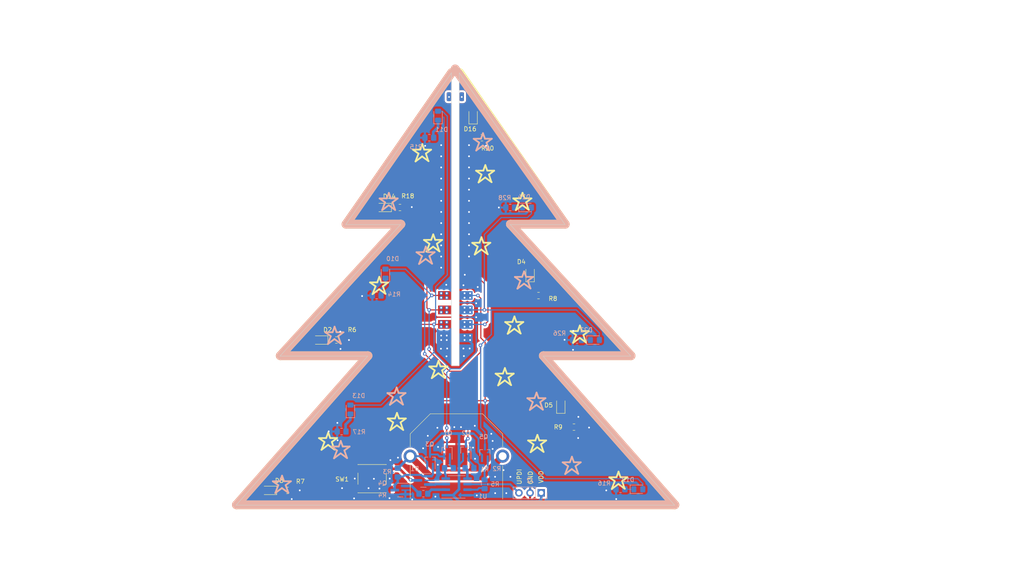
<source format=kicad_pcb>
(kicad_pcb (version 20221018) (generator pcbnew)
  (layers (0 "F.Cu" signal) (31 "B.Cu" signal) (34 "B.Paste" user) (35 "F.Paste" user) (36 "B.SilkS" user "B.Silkscreen") (37 "F.SilkS" user "F.Silkscreen") (38 "B.Mask" user) (39 "F.Mask" user) (44 "Edge.Cuts" user))
  (net 0 "")
  (net 1 "Net-(Q1-G)")
  (net 2 "/Switch_in")
  (net 3 "Net-(D1-K)")
  (net 4 "/LED_Power_1")
  (net 5 "/LED_Power_3")
  (net 6 "Net-(D10-K)")
  (net 7 "/LED_Power_2")
  (net 8 "Net-(D12-K)")
  (net 9 "VDD")
  (net 10 "GND")
  (net 11 "+BATT")
  (net 12 "Net-(Q2-G)")
  (net 13 "Net-(Q3-G)")
  (net 14 "Net-(Q4-B)")
  (net 15 "Net-(Q5-G)")
  (net 16 "/LED_Set_3")
  (net 17 "/LED_Set_1")
  (net 18 "/Power_sustain")
  (net 19 "/LED_Set_2")
  (net 20 "Net-(D22-K)")
  (net 21 "/UDPI")
  (footprint "LED_SMD:LED_0805_2012Metric_Pad1.15x1.40mm_HandSolder" (layer "F.Cu") (at 173.63 114.6 90)
    (fp_text reference "D5")
    (fp_text value "LED")
  )
  (footprint "Button_Switch_SMD:SW_Push_1P1T_NO_6x6mm_H9.5mm" (layer "F.Cu") (at 130.592 131.363 180)
    (fp_text reference "SW1")
    (fp_text value "SW_Omron_B3FS")
  )
  (footprint "LED_SMD:LED_0805_2012Metric_Pad1.15x1.40mm_HandSolder" (layer "F.Cu") (at 118.645 99.74 180)
    (fp_text reference "D2")
    (fp_text value "LED")
  )
  (footprint "LocalFootprintLib:BC-2002" (layer "F.Cu") (at 149.815 126.227)
    (fp_text reference "J1" hide)
    (fp_text value "CR2032")
  )
  (footprint "LocalFootprintLib:Multi_board_connector" (layer "F.Cu") (at 147.384 96.172 -90)
    (fp_text reference "J3" hide)
    (fp_text value "Conn_01x04_Pin")
  )
  (footprint "LED_SMD:LED_0805_2012Metric_Pad1.15x1.40mm_HandSolder" (layer "F.Cu") (at 166.63 84.6 90)
    (fp_text reference "D4")
    (fp_text value "LED")
  )
  (footprint "Resistor_SMD:R_0805_2012Metric_Pad1.20x1.40mm_HandSolder" (layer "F.Cu") (at 176.63 119.6)
    (fp_text reference "R9")
    (fp_text value "100")
  )
  (footprint "Resistor_SMD:R_0805_2012Metric_Pad1.20x1.40mm_HandSolder" (layer "F.Cu") (at 168.5425 89.6)
    (fp_text reference "R8")
    (fp_text value "100")
  )
  (footprint "Resistor_SMD:R_0805_2012Metric_Pad1.20x1.40mm_HandSolder" (layer "F.Cu") (at 155.63 53.6)
    (fp_text reference "R20")
    (fp_text value "100")
  )
  (footprint "Connector_Wire:SolderWirePad_1x01_SMD_1x2mm" (layer "F.Cu") (at 151.039 44.241)
    (fp_text reference "REF**" hide)
    (fp_text value "SolderWirePad_1x01_SMD_1x2mm")
  )
  (footprint "Resistor_SMD:R_0805_2012Metric_Pad1.20x1.40mm_HandSolder" (layer "F.Cu") (at 111.288 134.03)
    (fp_text reference "R7")
    (fp_text value "100")
  )
  (footprint "Connector_Wire:SolderWirePad_1x01_SMD_1x2mm" (layer "F.Cu") (at 148.118 44.241)
    (fp_text reference "REF**" hide)
    (fp_text value "SolderWirePad_1x01_SMD_1x2mm")
  )
  (footprint "Resistor_SMD:R_0805_2012Metric_Pad1.20x1.40mm_HandSolder" (layer "F.Cu") (at 136.942 69.514)
    (fp_text reference "R18")
    (fp_text value "100")
  )
  (footprint "LED_SMD:LED_0805_2012Metric_Pad1.15x1.40mm_HandSolder" (layer "F.Cu") (at 106.97 134.03 180)
    (fp_text reference "D3")
    (fp_text value "LED")
  )
  (footprint "LED_SMD:LED_0805_2012Metric_Pad1.15x1.40mm_HandSolder" (layer "F.Cu") (at 133.132 69.514 180)
    (fp_text reference "D14")
    (fp_text value "LED")
  )
  (footprint "Resistor_SMD:R_0805_2012Metric_Pad1.20x1.40mm_HandSolder" (layer "F.Cu") (at 122.445 99.74)
    (fp_text reference "R6")
    (fp_text value "100")
  )
  (footprint "LED_SMD:LED_0805_2012Metric_Pad1.15x1.40mm_HandSolder" (layer "F.Cu") (at 153.63 48.6 90)
    (fp_text reference "D16")
    (fp_text value "LED")
  )
  (footprint "Resistor_SMD:R_0805_2012Metric_Pad1.20x1.40mm_HandSolder" (layer "B.Cu") (at 148.118 128.95)
    (fp_text reference "R1")
    (fp_text value "10k")
  )
  (footprint "Connector_PinHeader_2.54mm:PinHeader_1x03_P2.54mm_Vertical" (layer "B.Cu") (at 169.155 134.6 90)
    (fp_text reference "J2")
    (fp_text value "Conn_01x03_Pin")
  )
  (footprint "LED_SMD:LED_0805_2012Metric_Pad1.15x1.40mm_HandSolder" (layer "B.Cu") (at 133.63 84.6 90)
    (fp_text reference "D10")
    (fp_text value "LED")
  )
  (footprint "Package_TO_SOT_SMD:SOT-323_SC-70_Handsoldering" (layer "B.Cu") (at 143.8 127.172 90)
    (fp_text reference "Q3")
    (fp_text value "AO3401A")
  )
  (footprint "Resistor_SMD:R_0805_2012Metric_Pad1.20x1.40mm_HandSolder" (layer "B.Cu") (at 152.7935 128.95)
    (fp_text reference "R2")
    (fp_text value "10k")
  )
  (footprint "Resistor_SMD:R_0805_2012Metric_Pad1.20x1.40mm_HandSolder" (layer "B.Cu") (at 187.234 133.776 180)
    (fp_text reference "R16")
    (fp_text value "100")
  )
  (footprint "LED_SMD:LED_0805_2012Metric_Pad1.15x1.40mm_HandSolder" (layer "B.Cu") (at 165.898 69.514)
    (fp_text reference "D24")
    (fp_text value "LED")
  )
  (footprint "Resistor_SMD:R_0805_2012Metric_Pad1.20x1.40mm_HandSolder" (layer "B.Cu") (at 131.63 89.6 180)
    (fp_text reference "R14")
    (fp_text value "100")
  )
  (footprint "Connector_Wire:SolderWirePad_1x01_SMD_1x2mm" (layer "B.Cu") (at 151.039 44.241 180)
    (fp_text reference "REF**" hide)
    (fp_text value "SolderWirePad_1x01_SMD_1x2mm")
  )
  (footprint "Package_SO:SOIC-8_3.9x4.9mm_P1.27mm" (layer "B.Cu") (at 149.874 133.234)
    (fp_text reference "U1")
    (fp_text value "ATtiny402-SS")
  )
  (footprint "Resistor_SMD:R_0805_2012Metric_Pad1.20x1.40mm_HandSolder" (layer "B.Cu") (at 156.246 132.633 90)
    (fp_text reference "R5")
    (fp_text value "10k")
  )
  (footprint "Connector_Wire:SolderWirePad_1x01_SMD_1x2mm" (layer "B.Cu") (at 148.118 44.241 180)
    (fp_text reference "REF**" hide)
    (fp_text value "SolderWirePad_1x01_SMD_1x2mm")
  )
  (footprint "Resistor_SMD:R_0805_2012Metric_Pad1.20x1.40mm_HandSolder" (layer "B.Cu") (at 142.276 134.792)
    (fp_text reference "R4")
    (fp_text value "10k")
  )
  (footprint "LED_SMD:LED_0805_2012Metric_Pad1.15x1.40mm_HandSolder" (layer "B.Cu") (at 145.63 48.575 90)
    (fp_text reference "D11")
    (fp_text value "LED")
  )
  (footprint "Resistor_SMD:R_0805_2012Metric_Pad1.20x1.40mm_HandSolder" (layer "B.Cu") (at 177.328 99.74 180)
    (fp_text reference "R26")
    (fp_text value "100")
  )
  (footprint "Package_TO_SOT_SMD:SOT-23" (layer "B.Cu") (at 137.0205 133.964 180)
    (fp_text reference "Q4")
    (fp_text value "BC817")
  )
  (footprint "LED_SMD:LED_0805_2012Metric_Pad1.15x1.40mm_HandSolder" (layer "B.Cu") (at 191.298 133.776)
    (fp_text reference "D12")
    (fp_text value "LED")
  )
  (footprint "LocalFootprintLib:Multi_board_connector" (layer "B.Cu") (at 151.776 96.178 -90)
    (fp_text reference "J6" hide)
    (fp_text value "Conn_01x04_Pin")
  )
  (footprint "LED_SMD:LED_0805_2012Metric_Pad1.15x1.40mm_HandSolder" (layer "B.Cu") (at 125.63 115.6 90)
    (fp_text reference "D13")
    (fp_text value "LED")
  )
  (footprint "Package_TO_SOT_SMD:SOT-323_SC-70_Handsoldering" (layer "B.Cu") (at 156.312 125.4725 90)
    (fp_text reference "Q5")
    (fp_text value "AO3401A")
  )
  (footprint "Package_TO_SOT_SMD:SOT-323_SC-70_Handsoldering" (layer "B.Cu") (at 151.972 124.886 90)
    (fp_text reference "Q2")
    (fp_text value "AO3401A")
  )
  (footprint "Resistor_SMD:R_0805_2012Metric_Pad1.20x1.40mm_HandSolder" (layer "B.Cu") (at 162.079 69.514 180)
    (fp_text reference "R28")
    (fp_text value "100")
  )
  (footprint "Resistor_SMD:R_0805_2012Metric_Pad1.20x1.40mm_HandSolder" (layer "B.Cu") (at 143.63 53.6 180)
    (fp_text reference "R15")
    (fp_text value "100")
  )
  (footprint "Resistor_SMD:R_0805_2012Metric_Pad1.20x1.40mm_HandSolder" (layer "B.Cu") (at 136.434 129.966 -90)
    (fp_text reference "R3")
    (fp_text value "10k")
  )
  (footprint "Package_TO_SOT_SMD:SOT-23" (layer "B.Cu") (at 142.276 131.744 180)
    (fp_text reference "D1")
    (fp_text value "D_Schottky_Dual_CommonCathode_AAK")
  )
  (footprint "Resistor_SMD:R_0805_2012Metric_Pad1.20x1.40mm_HandSolder" (layer "B.Cu") (at 123.63 120.6 180)
    (fp_text reference "R17")
    (fp_text value "100")
  )
  (footprint "LED_SMD:LED_0805_2012Metric_Pad1.15x1.40mm_HandSolder" (layer "B.Cu") (at 181.392 99.74)
    (fp_text reference "D22")
    (fp_text value "LED")
  )
  (footprint "Package_TO_SOT_SMD:SOT-323_SC-70_Handsoldering" (layer "B.Cu") (at 147.676 124.9645 90)
    (fp_text reference "Q1")
    (fp_text value "AO3401A")
  )
  (gr_line (start 165.27 84.07) (end 164.81 85.33) (stroke (width 0.4)) (layer "B.SilkS"))
  (gr_line (start 155.87 52.56) (end 156.32 53.82) (stroke (width 0.4)) (layer "B.SilkS"))
  (gr_line (start 110.05 130.68) (end 109.59 131.94) (stroke (width 0.4)) (layer "B.SilkS"))
  (gr_line (start 168.1 111.73) (end 168.55 112.99) (stroke (width 0.4)) (layer "B.SilkS"))
  (gr_line (start 169.64 103.32) (end 199.64 137.32) (stroke (width 2)) (layer "B.SilkS"))
  (gr_line (start 178.18 127.62) (end 176.61 127.61) (stroke (width 0.4)) (layer "B.SilkS"))
  (gr_line (start 121.33 124.04) (end 122.98 124.02) (stroke (width 0.4)) (layer "B.SilkS"))
  (gr_line (start 167.24 113.9) (end 166.56 115.68) (stroke (width 0.4)) (layer "B.SilkS"))
  (gr_line (start 110.02 133.5) (end 108.51 134.63) (stroke (width 0.4)) (layer "B.SilkS"))
  (gr_line (start 133.55 68.34) (end 132.87 70.12) (stroke (width 0.4)) (layer "B.SilkS"))
  (gr_line (start 155.87 52.56) (end 155.41 53.82) (stroke (width 0.4)) (layer "B.SilkS"))
  (gr_line (start 122.58 124.93) (end 121.9 126.71) (stroke (width 0.4)) (layer "B.SilkS"))
  (gr_line (start 124.26 124.92) (end 124.88 126.66) (stroke (width 0.4)) (layer "B.SilkS"))
  (gr_line (start 110.05 130.68) (end 110.5 131.94) (stroke (width 0.4)) (layer "B.SilkS"))
  (gr_line (start 155.84 55.38) (end 157.31 56.46) (stroke (width 0.4)) (layer "B.SilkS"))
  (gr_line (start 125.46 124.03) (end 123.89 124.02) (stroke (width 0.4)) (layer "B.SilkS"))
  (gr_line (start 134.08 111.84) (end 135.73 111.82) (stroke (width 0.4)) (layer "B.SilkS"))
  (gr_line (start 134.38 68.99) (end 135.85 70.07) (stroke (width 0.4)) (layer "B.SilkS"))
  (gr_line (start 156.69 54.72) (end 157.31 56.46) (stroke (width 0.4)) (layer "B.SilkS"))
  (gr_line (start 140.72 79.71) (end 141.97 80.6) (stroke (width 0.4)) (layer "B.SilkS"))
  (gr_line (start 174.05 127.63) (end 175.3 128.52) (stroke (width 0.4)) (layer "B.SilkS"))
  (gr_line (start 168.92 113.89) (end 170.12 113) (stroke (width 0.4)) (layer "B.SilkS"))
  (gr_line (start 123.44 122.76) (end 122.98 124.02) (stroke (width 0.4)) (layer "B.SilkS"))
  (gr_line (start 162.14 73.32) (end 174.64 73.32) (stroke (width 2)) (layer "B.SilkS"))
  (gr_line (start 122 99.52) (end 123.47 100.6) (stroke (width 0.4)) (layer "B.SilkS"))
  (gr_line (start 165.27 84.07) (end 165.72 85.33) (stroke (width 0.4)) (layer "B.SilkS"))
  (gr_line (start 123.41 125.58) (end 121.9 126.71) (stroke (width 0.4)) (layer "B.SilkS"))
  (gr_line (start 121.33 124.04) (end 122.58 124.93) (stroke (width 0.4)) (layer "B.SilkS"))
  (gr_line (start 140.72 79.71) (end 142.37 79.69) (stroke (width 0.4)) (layer "B.SilkS"))
  (gr_line (start 136.16 113.38) (end 134.65 114.51) (stroke (width 0.4)) (layer "B.SilkS"))
  (gr_line (start 142.83 78.43) (end 143.28 79.69) (stroke (width 0.4)) (layer "B.SilkS"))
  (gr_line (start 153.76 53.84) (end 155.41 53.82) (stroke (width 0.4)) (layer "B.SilkS"))
  (gr_line (start 122.85 98.86) (end 124.05 97.97) (stroke (width 0.4)) (layer "B.SilkS"))
  (gr_line (start 132.3 67.45) (end 133.95 67.43) (stroke (width 0.4)) (layer "B.SilkS"))
  (gr_line (start 137.01 112.72) (end 138.21 111.83) (stroke (width 0.4)) (layer "B.SilkS"))
  (gr_line (start 176.13 129.17) (end 174.62 130.3) (stroke (width 0.4)) (layer "B.SilkS"))
  (gr_line (start 142.8 81.25) (end 141.29 82.38) (stroke (width 0.4)) (layer "B.SilkS"))
  (gr_line (start 144.85 79.7) (end 143.28 79.69) (stroke (width 0.4)) (layer "B.SilkS"))
  (gr_line (start 124.64 73.32) (end 137.14 73.32) (stroke (width 2)) (layer "B.SilkS"))
  (gr_line (start 163.16 85.35) (end 164.81 85.33) (stroke (width 0.4)) (layer "B.SilkS"))
  (gr_line (start 170.12 113) (end 168.55 112.99) (stroke (width 0.4)) (layer "B.SilkS"))
  (gr_line (start 123.44 122.76) (end 123.89 124.02) (stroke (width 0.4)) (layer "B.SilkS"))
  (gr_line (start 110.87 132.84) (end 112.07 131.95) (stroke (width 0.4)) (layer "B.SilkS"))
  (gr_line (start 121.17 98.87) (end 120.49 100.65) (stroke (width 0.4)) (layer "B.SilkS"))
  (gr_line (start 174.05 127.63) (end 175.7 127.61) (stroke (width 0.4)) (layer "B.SilkS"))
  (gr_line (start 168.92 113.89) (end 169.54 115.63) (stroke (width 0.4)) (layer "B.SilkS"))
  (gr_line (start 157.89 53.83) (end 156.32 53.82) (stroke (width 0.4)) (layer "B.SilkS"))
  (gr_line (start 156.69 54.72) (end 157.89 53.83) (stroke (width 0.4)) (layer "B.SilkS"))
  (gr_line (start 176.16 126.35) (end 176.61 127.61) (stroke (width 0.4)) (layer "B.SilkS"))
  (gr_line (start 142.83 78.43) (end 142.37 79.69) (stroke (width 0.4)) (layer "B.SilkS"))
  (gr_line (start 166.09 86.23) (end 166.71 87.97) (stroke (width 0.4)) (layer "B.SilkS"))
  (gr_line (start 135.23 68.33) (end 135.85 70.07) (stroke (width 0.4)) (layer "B.SilkS"))
  (gr_line (start 166.09 86.23) (end 167.29 85.34) (stroke (width 0.4)) (layer "B.SilkS"))
  (gr_line (start 176.13 129.17) (end 177.6 130.25) (stroke (width 0.4)) (layer "B.SilkS"))
  (gr_line (start 135.23 68.33) (end 136.43 67.44) (stroke (width 0.4)) (layer "B.SilkS"))
  (gr_line (start 136.43 67.44) (end 134.86 67.43) (stroke (width 0.4)) (layer "B.SilkS"))
  (gr_line (start 119.92 97.98) (end 121.57 97.96) (stroke (width 0.4)) (layer "B.SilkS"))
  (gr_line (start 141.97 80.6) (end 141.29 82.38) (stroke (width 0.4)) (layer "B.SilkS"))
  (gr_line (start 168.07 114.55) (end 166.56 115.68) (stroke (width 0.4)) (layer "B.SilkS"))
  (gr_line (start 122 99.52) (end 120.49 100.65) (stroke (width 0.4)) (layer "B.SilkS"))
  (gr_line (start 112.07 131.95) (end 110.5 131.94) (stroke (width 0.4)) (layer "B.SilkS"))
  (gr_line (start 122.03 96.7) (end 121.57 97.96) (stroke (width 0.4)) (layer "B.SilkS"))
  (gr_line (start 132.3 67.45) (end 133.55 68.34) (stroke (width 0.4)) (layer "B.SilkS"))
  (gr_line (start 136.19 110.56) (end 135.73 111.82) (stroke (width 0.4)) (layer "B.SilkS"))
  (gr_line (start 138.21 111.83) (end 136.64 111.82) (stroke (width 0.4)) (layer "B.SilkS"))
  (gr_line (start 168.1 111.73) (end 167.64 112.99) (stroke (width 0.4)) (layer "B.SilkS"))
  (gr_line (start 110.87 132.84) (end 111.49 134.58) (stroke (width 0.4)) (layer "B.SilkS"))
  (gr_line (start 137.01 112.72) (end 137.63 114.46) (stroke (width 0.4)) (layer "B.SilkS"))
  (gr_line (start 155.84 55.38) (end 154.33 56.51) (stroke (width 0.4)) (layer "B.SilkS"))
  (gr_line (start 148.74 38.72) (end 124.64 73.32) (stroke (width 2)) (layer "B.SilkS"))
  (gr_line (start 176.98 128.51) (end 178.18 127.62) (stroke (width 0.4)) (layer "B.SilkS"))
  (gr_line (start 164.41 86.24) (end 163.73 88.02) (stroke (width 0.4)) (layer "B.SilkS"))
  (gr_line (start 165.24 86.89) (end 163.73 88.02) (stroke (width 0.4)) (layer "B.SilkS"))
  (gr_line (start 134.41 66.17) (end 134.86 67.43) (stroke (width 0.4)) (layer "B.SilkS"))
  (gr_line (start 134.38 68.99) (end 132.87 70.12) (stroke (width 0.4)) (layer "B.SilkS"))
  (gr_line (start 134.08 111.84) (end 135.33 112.73) (stroke (width 0.4)) (layer "B.SilkS"))
  (gr_line (start 165.24 86.89) (end 166.71 87.97) (stroke (width 0.4)) (layer "B.SilkS"))
  (gr_line (start 175.3 128.52) (end 174.62 130.3) (stroke (width 0.4)) (layer "B.SilkS"))
  (gr_line (start 124.05 97.97) (end 122.48 97.96) (stroke (width 0.4)) (layer "B.SilkS"))
  (gr_line (start 162.14 73.32) (end 189.64 103.32) (stroke (width 2)) (layer "B.SilkS"))
  (gr_line (start 124.26 124.92) (end 125.46 124.03) (stroke (width 0.4)) (layer "B.SilkS"))
  (gr_line (start 165.99 113.01) (end 167.64 112.99) (stroke (width 0.4)) (layer "B.SilkS"))
  (gr_line (start 129.64 103.32) (end 109.64 103.32) (stroke (width 2)) (layer "B.SilkS"))
  (gr_line (start 136.16 113.38) (end 137.63 114.46) (stroke (width 0.4)) (layer "B.SilkS"))
  (gr_line (start 129.64 103.32) (end 99.64 137.32) (stroke (width 2)) (layer "B.SilkS"))
  (gr_line (start 153.76 53.84) (end 155.01 54.73) (stroke (width 0.4)) (layer "B.SilkS"))
  (gr_line (start 176.98 128.51) (end 177.6 130.25) (stroke (width 0.4)) (layer "B.SilkS"))
  (gr_line (start 143.65 80.59) (end 144.27 82.33) (stroke (width 0.4)) (layer "B.SilkS"))
  (gr_line (start 176.16 126.35) (end 175.7 127.61) (stroke (width 0.4)) (layer "B.SilkS"))
  (gr_line (start 119.92 97.98) (end 121.17 98.87) (stroke (width 0.4)) (layer "B.SilkS"))
  (gr_line (start 122.03 96.7) (end 122.48 97.96) (stroke (width 0.4)) (layer "B.SilkS"))
  (gr_line (start 136.19 110.56) (end 136.64 111.82) (stroke (width 0.4)) (layer "B.SilkS"))
  (gr_line (start 167.29 85.34) (end 165.72 85.33) (stroke (width 0.4)) (layer "B.SilkS"))
  (gr_line (start 168.07 114.55) (end 169.54 115.63) (stroke (width 0.4)) (layer "B.SilkS"))
  (gr_line (start 142.8 81.25) (end 144.27 82.33) (stroke (width 0.4)) (layer "B.SilkS"))
  (gr_line (start 107.94 131.96) (end 109.19 132.85) (stroke (width 0.4)) (layer "B.SilkS"))
  (gr_line (start 107.94 131.96) (end 109.59 131.94) (stroke (width 0.4)) (layer "B.SilkS"))
  (gr_line (start 163.16 85.35) (end 164.41 86.24) (stroke (width 0.4)) (layer "B.SilkS"))
  (gr_line (start 155.01 54.73) (end 154.33 56.51) (stroke (width 0.4)) (layer "B.SilkS"))
  (gr_line (start 110.02 133.5) (end 111.49 134.58) (stroke (width 0.4)) (layer "B.SilkS"))
  (gr_line (start 123.41 125.58) (end 124.88 126.66) (stroke (width 0.4)) (layer "B.SilkS"))
  (gr_line (start 189.64 103.32) (end 169.64 103.32) (stroke (width 2)) (layer "B.SilkS"))
  (gr_line (start 122.85 98.86) (end 123.47 100.6) (stroke (width 0.4)) (layer "B.SilkS"))
  (gr_line (start 199.64 137.32) (end 99.64 137.32) (stroke (width 2)) (layer "B.SilkS"))
  (gr_line (start 149.532 37.887) (end 174.64 73.32) (stroke (width 2)) (layer "B.SilkS"))
  (gr_line (start 134.41 66.17) (end 133.95 67.43) (stroke (width 0.4)) (layer "B.SilkS"))
  (gr_line (start 137.14 73.32) (end 109.64 103.32) (stroke (width 2)) (layer "B.SilkS"))
  (gr_line (start 109.19 132.85) (end 108.51 134.63) (stroke (width 0.4)) (layer "B.SilkS"))
  (gr_line (start 165.99 113.01) (end 167.24 113.9) (stroke (width 0.4)) (layer "B.SilkS"))
  (gr_line (start 143.65 80.59) (end 144.85 79.7) (stroke (width 0.4)) (layer "B.SilkS"))
  (gr_line (start 135.33 112.73) (end 134.65 114.51) (stroke (width 0.4)) (layer "B.SilkS"))
  (gr_line (start 142 57.87) (end 140.49 59) (stroke (width 0.4)) (layer "F.SilkS"))
  (gr_line (start 155.504676 79.10414) (end 153.994676 80.23414) (stroke (width 0.4)) (layer "F.SilkS"))
  (gr_line (start 118.47 122.11) (end 120.12 122.09) (stroke (width 0.4)) (layer "F.SilkS"))
  (gr_line (start 160.01 108.3) (end 159.33 110.08) (stroke (width 0.4)) (layer "F.SilkS"))
  (gr_line (start 168.28 121.37) (end 168.73 122.63) (stroke (width 0.4)) (layer "F.SilkS"))
  (gr_line (start 153.424676 77.56414) (end 154.674676 78.45414) (stroke (width 0.4)) (layer "F.SilkS"))
  (gr_line (start 186.79 129.76) (end 187.24 131.02) (stroke (width 0.4)) (layer "F.SilkS"))
  (gr_line (start 136.26 116.36) (end 135.8 117.62) (stroke (width 0.4)) (layer "F.SilkS"))
  (gr_line (start 130.12 86.6) (end 131.77 86.58) (stroke (width 0.4)) (layer "F.SilkS"))
  (gr_line (start 145.7 107.31) (end 144.19 108.44) (stroke (width 0.4)) (layer "F.SilkS"))
  (gr_line (start 184.68 131.04) (end 186.33 131.02) (stroke (width 0.4)) (layer "F.SilkS"))
  (gr_line (start 155.534676 76.28414) (end 155.074676 77.54414) (stroke (width 0.4)) (layer "F.SilkS"))
  (gr_line (start 143.67 77.8) (end 142.99 79.58) (stroke (width 0.4)) (layer "F.SilkS"))
  (gr_line (start 158.43 61.11) (end 156.86 61.1) (stroke (width 0.4)) (layer "F.SilkS"))
  (gr_line (start 132.2 88.14) (end 133.67 89.22) (stroke (width 0.4)) (layer "F.SilkS"))
  (gr_line (start 143.62 105.77) (end 145.27 105.75) (stroke (width 0.4)) (layer "F.SilkS"))
  (gr_line (start 164.04 68.33) (end 163.36 70.11) (stroke (width 0.4)) (layer "F.SilkS"))
  (gr_line (start 146.55 76.9) (end 144.98 76.89) (stroke (width 0.4)) (layer "F.SilkS"))
  (gr_line (start 177.94 99.25) (end 179.41 100.33) (stroke (width 0.4)) (layer "F.SilkS"))
  (gr_line (start 136.23 119.18) (end 137.7 120.26) (stroke (width 0.4)) (layer "F.SilkS"))
  (gr_line (start 162.138 73.324) (end 189.638 103.324) (stroke (width 2)) (layer "F.SilkS"))
  (gr_line (start 132.23 85.32) (end 132.68 86.58) (stroke (width 0.4)) (layer "F.SilkS"))
  (gr_line (start 162.138 73.324) (end 174.638 73.324) (stroke (width 2)) (layer "F.SilkS"))
  (gr_line (start 136.23 119.18) (end 134.72 120.31) (stroke (width 0.4)) (layer "F.SilkS"))
  (gr_line (start 163.05 94.36) (end 162.59 95.62) (stroke (width 0.4)) (layer "F.SilkS"))
  (gr_line (start 137.138 73.324) (end 109.638 103.324) (stroke (width 2)) (layer "F.SilkS"))
  (gr_line (start 186.79 129.76) (end 186.33 131.02) (stroke (width 0.4)) (layer "F.SilkS"))
  (gr_line (start 184.68 131.04) (end 185.93 131.93) (stroke (width 0.4)) (layer "F.SilkS"))
  (gr_line (start 120.58 120.83) (end 121.03 122.09) (stroke (width 0.4)) (layer "F.SilkS"))
  (gr_line (start 135.4 118.53) (end 134.72 120.31) (stroke (width 0.4)) (layer "F.SilkS"))
  (gr_line (start 153.424676 77.56414) (end 155.074676 77.54414) (stroke (width 0.4)) (layer "F.SilkS"))
  (gr_line (start 163.87 96.52) (end 165.07 95.63) (stroke (width 0.4)) (layer "F.SilkS"))
  (gr_line (start 177.97 96.43) (end 177.51 97.69) (stroke (width 0.4)) (layer "F.SilkS"))
  (gr_line (start 148.738 38.724) (end 124.638 73.324) (stroke (width 2)) (layer "F.SilkS"))
  (gr_line (start 169.1 123.53) (end 170.3 122.64) (stroke (width 0.4)) (layer "F.SilkS"))
  (gr_line (start 155.55 62.01) (end 154.87 63.79) (stroke (width 0.4)) (layer "F.SilkS"))
  (gr_line (start 169.1 123.53) (end 169.65 125.19) (stroke (width 0.4)) (layer "F.SilkS"))
  (gr_line (start 170.3 122.64) (end 168.73 122.63) (stroke (width 0.4)) (layer "F.SilkS"))
  (gr_line (start 122.6 122.1) (end 121.03 122.09) (stroke (width 0.4)) (layer "F.SilkS"))
  (gr_line (start 179.99 97.7) (end 178.42 97.69) (stroke (width 0.4)) (layer "F.SilkS"))
  (gr_line (start 178.79 98.59) (end 179.34 100.25) (stroke (width 0.4)) (layer "F.SilkS"))
  (gr_line (start 120.58 120.83) (end 120.12 122.09) (stroke (width 0.4)) (layer "F.SilkS"))
  (gr_line (start 160.84 108.95) (end 159.33 110.08) (stroke (width 0.4)) (layer "F.SilkS"))
  (gr_line (start 186.76 132.58) (end 185.25 133.71) (stroke (width 0.4)) (layer "F.SilkS"))
  (gr_line (start 166.17 122.65) (end 167.82 122.63) (stroke (width 0.4)) (layer "F.SilkS"))
  (gr_line (start 167.42 123.54) (end 166.74 125.32) (stroke (width 0.4)) (layer "F.SilkS"))
  (gr_line (start 187.61 131.92) (end 188.16 133.58) (stroke (width 0.4)) (layer "F.SilkS"))
  (gr_line (start 163.02 97.18) (end 161.51 98.31) (stroke (width 0.4)) (layer "F.SilkS"))
  (gr_line (start 154.3 61.12) (end 155.95 61.1) (stroke (width 0.4)) (layer "F.SilkS"))
  (gr_line (start 163.87 96.52) (end 164.42 98.18) (stroke (width 0.4)) (layer "F.SilkS"))
  (gr_line (start 199.638 137.324) (end 99.638 137.324) (stroke (width 2)) (layer "F.SilkS"))
  (gr_line (start 145.73 104.49) (end 146.18 105.75) (stroke (width 0.4)) (layer "F.SilkS"))
  (gr_line (start 164.87 68.98) (end 163.36 70.11) (stroke (width 0.4)) (layer "F.SilkS"))
  (gr_line (start 161.69 108.29) (end 162.24 109.95) (stroke (width 0.4)) (layer "F.SilkS"))
  (gr_line (start 121.4 122.99) (end 122.6 122.1) (stroke (width 0.4)) (layer "F.SilkS"))
  (gr_line (start 169.638 103.324) (end 199.638 137.324) (stroke (width 2)) (layer "F.SilkS"))
  (gr_line (start 187.61 131.92) (end 188.81 131.03) (stroke (width 0.4)) (layer "F.SilkS"))
  (gr_line (start 162.79 67.44) (end 164.44 67.42) (stroke (width 0.4)) (layer "F.SilkS"))
  (gr_line (start 136.26 116.36) (end 136.71 117.62) (stroke (width 0.4)) (layer "F.SilkS"))
  (gr_line (start 177.11 98.6) (end 176.43 100.38) (stroke (width 0.4)) (layer "F.SilkS"))
  (gr_line (start 120.55 123.65) (end 119.04 124.78) (stroke (width 0.4)) (layer "F.SilkS"))
  (gr_line (start 156.38 62.66) (end 154.87 63.79) (stroke (width 0.4)) (layer "F.SilkS"))
  (gr_line (start 177.94 99.25) (end 176.43 100.38) (stroke (width 0.4)) (layer "F.SilkS"))
  (gr_line (start 160.84 108.95) (end 162.31 110.03) (stroke (width 0.4)) (layer "F.SilkS"))
  (gr_line (start 143.62 105.77) (end 144.87 106.66) (stroke (width 0.4)) (layer "F.SilkS"))
  (gr_line (start 189.638 103.324) (end 169.638 103.324) (stroke (width 2)) (layer "F.SilkS"))
  (gr_line (start 132.2 88.14) (end 130.69 89.27) (stroke (width 0.4)) (layer "F.SilkS"))
  (gr_line (start 156.354676 78.44414) (end 157.554676 77.55414) (stroke (width 0.4)) (layer "F.SilkS"))
  (gr_line (start 156.38 62.66) (end 157.85 63.74) (stroke (width 0.4)) (layer "F.SilkS"))
  (gr_line (start 141.17 57.22) (end 140.49 59) (stroke (width 0.4)) (layer "F.SilkS"))
  (gr_line (start 132.23 85.32) (end 131.77 86.58) (stroke (width 0.4)) (layer "F.SilkS"))
  (gr_line (start 160.94 95.64) (end 162.19 96.53) (stroke (width 0.4)) (layer "F.SilkS"))
  (gr_line (start 175.86 97.71) (end 177.11 98.6) (stroke (width 0.4)) (layer "F.SilkS"))
  (gr_line (start 144.05 56.32) (end 142.48 56.31) (stroke (width 0.4)) (layer "F.SilkS"))
  (gr_line (start 175.86 97.71) (end 177.51 97.69) (stroke (width 0.4)) (layer "F.SilkS"))
  (gr_line (start 158.76 107.41) (end 160.01 108.3) (stroke (width 0.4)) (layer "F.SilkS"))
  (gr_line (start 142.85 57.21) (end 144.05 56.32) (stroke (width 0.4)) (layer "F.SilkS"))
  (gr_line (start 155.504676 79.10414) (end 156.974676 80.18414) (stroke (width 0.4)) (layer "F.SilkS"))
  (gr_line (start 188.81 131.03) (end 187.24 131.02) (stroke (width 0.4)) (layer "F.SilkS"))
  (gr_line (start 162.79 67.44) (end 164.04 68.33) (stroke (width 0.4)) (layer "F.SilkS"))
  (gr_line (start 145.73 104.49) (end 145.27 105.75) (stroke (width 0.4)) (layer "F.SilkS"))
  (gr_line (start 129.638 103.324) (end 109.638 103.324) (stroke (width 2)) (layer "F.SilkS"))
  (gr_line (start 144.53 75.63) (end 144.98 76.89) (stroke (width 0.4)) (layer "F.SilkS"))
  (gr_line (start 130.12 86.6) (end 131.37 87.49) (stroke (width 0.4)) (layer "F.SilkS"))
  (gr_line (start 156.354676 78.44414) (end 156.904676 80.10414) (stroke (width 0.4)) (layer "F.SilkS"))
  (gr_line (start 133.05 87.48) (end 133.6 89.14) (stroke (width 0.4)) (layer "F.SilkS"))
  (gr_line (start 156.41 59.84) (end 155.95 61.1) (stroke (width 0.4)) (layer "F.SilkS"))
  (gr_line (start 144.5 78.45) (end 142.99 79.58) (stroke (width 0.4)) (layer "F.SilkS"))
  (gr_line (start 168.28 121.37) (end 167.82 122.63) (stroke (width 0.4)) (layer "F.SilkS"))
  (gr_line (start 166.17 122.65) (end 167.42 123.54) (stroke (width 0.4)) (layer "F.SilkS"))
  (gr_line (start 164.9 66.16) (end 165.35 67.42) (stroke (width 0.4)) (layer "F.SilkS"))
  (gr_line (start 142.42 76.91) (end 144.07 76.89) (stroke (width 0.4)) (layer "F.SilkS"))
  (gr_line (start 163.05 94.36) (end 163.5 95.62) (stroke (width 0.4)) (layer "F.SilkS"))
  (gr_line (start 142.42 76.91) (end 143.67 77.8) (stroke (width 0.4)) (layer "F.SilkS"))
  (gr_line (start 144.87 106.66) (end 144.19 108.44) (stroke (width 0.4)) (layer "F.SilkS"))
  (gr_line (start 144.53 75.63) (end 144.07 76.89) (stroke (width 0.4)) (layer "F.SilkS"))
  (gr_line (start 160.87 106.13) (end 161.32 107.39) (stroke (width 0.4)) (layer "F.SilkS"))
  (gr_line (start 166.92 67.43) (end 165.35 67.42) (stroke (width 0.4)) (layer "F.SilkS"))
  (gr_line (start 185.93 131.93) (end 185.25 133.71) (stroke (width 0.4)) (layer "F.SilkS"))
  (gr_line (start 138.28 117.63) (end 136.71 117.62) (stroke (width 0.4)) (layer "F.SilkS"))
  (gr_line (start 131.37 87.49) (end 130.69 89.27) (stroke (width 0.4)) (layer "F.SilkS"))
  (gr_line (start 120.55 123.65) (end 122.02 124.73) (stroke (width 0.4)) (layer "F.SilkS"))
  (gr_line (start 121.4 122.99) (end 121.95 124.65) (stroke (width 0.4)) (layer "F.SilkS"))
  (gr_line (start 186.76 132.58) (end 188.23 133.66) (stroke (width 0.4)) (layer "F.SilkS"))
  (gr_line (start 137.08 118.52) (end 138.28 117.63) (stroke (width 0.4)) (layer "F.SilkS"))
  (gr_line (start 139.92 56.33) (end 141.17 57.22) (stroke (width 0.4)) (layer "F.SilkS"))
  (gr_line (start 154.674676 78.45414) (end 153.994676 80.23414) (stroke (width 0.4)) (layer "F.SilkS"))
  (gr_line (start 155.534676 76.28414) (end 155.984676 77.54414) (stroke (width 0.4)) (layer "F.SilkS"))
  (gr_line (start 146.55 106.65) (end 147.75 105.76) (stroke (width 0.4)) (layer "F.SilkS"))
  (gr_line (start 133.05 87.48) (end 134.25 86.59) (stroke (width 0.4)) (layer "F.SilkS"))
  (gr_line (start 142 57.87) (end 143.47 58.95) (stroke (width 0.4)) (layer "F.SilkS"))
  (gr_line (start 134.25 86.59) (end 132.68 86.58) (stroke (width 0.4)) (layer "F.SilkS"))
  (gr_line (start 165.07 95.63) (end 163.5 95.62) (stroke (width 0.4)) (layer "F.SilkS"))
  (gr_line (start 168.25 124.19) (end 166.74 125.32) (stroke (width 0.4)) (layer "F.SilkS"))
  (gr_line (start 163.02 97.18) (end 164.49 98.26) (stroke (width 0.4)) (layer "F.SilkS"))
  (gr_line (start 157.23 62) (end 158.43 61.11) (stroke (width 0.4)) (layer "F.SilkS"))
  (gr_line (start 137.08 118.52) (end 137.63 120.18) (stroke (width 0.4)) (layer "F.SilkS"))
  (gr_line (start 146.55 106.65) (end 147.1 108.31) (stroke (width 0.4)) (layer "F.SilkS"))
  (gr_line (start 147.75 105.76) (end 146.18 105.75) (stroke (width 0.4)) (layer "F.SilkS"))
  (gr_line (start 124.638 73.324) (end 137.138 73.324) (stroke (width 2)) (layer "F.SilkS"))
  (gr_line (start 158.76 107.41) (end 160.41 107.39) (stroke (width 0.4)) (layer "F.SilkS"))
  (gr_line (start 142.85 57.21) (end 143.4 58.87) (stroke (width 0.4)) (layer "F.SilkS"))
  (gr_line (start 134.15 117.64) (end 135.4 118.53) (stroke (width 0.4)) (layer "F.SilkS"))
  (gr_line (start 157.554676 77.55414) (end 155.984676 77.54414) (stroke (width 0.4)) (layer "F.SilkS"))
  (gr_line (start 142.03 55.05) (end 141.57 56.31) (stroke (width 0.4)) (layer "F.SilkS"))
  (gr_line (start 165.72 68.32) (end 166.92 67.43) (stroke (width 0.4)) (layer "F.SilkS"))
  (gr_line (start 164.87 68.98) (end 166.34 70.06) (stroke (width 0.4)) (layer "F.SilkS"))
  (gr_line (start 139.92 56.33) (end 141.57 56.31) (stroke (width 0.4)) (layer "F.SilkS"))
  (gr_line (start 161.69 108.29) (end 162.89 107.4) (stroke (width 0.4)) (layer "F.SilkS"))
  (gr_line (start 162.89 107.4) (end 161.32 107.39) (stroke (width 0.4)) (layer "F.SilkS"))
  (gr_line (start 160.87 106.13) (end 160.41 107.39) (stroke (width 0.4)) (layer "F.SilkS"))
  (gr_line (start 177.97 96.43) (end 178.42 97.69) (stroke (width 0.4)) (layer "F.SilkS"))
  (gr_line (start 165.72 68.32) (end 166.27 69.98) (stroke (width 0.4)) (layer "F.SilkS"))
  (gr_line (start 129.638 103.324) (end 99.638 137.324) (stroke (width 2)) (layer "F.SilkS"))
  (gr_line (start 134.15 117.64) (end 135.8 117.62) (stroke (width 0.4)) (layer "F.SilkS"))
  (gr_line (start 119.72 123) (end 119.04 124.78) (stroke (width 0.4)) (layer "F.SilkS"))
  (gr_line (start 168.25 124.19) (end 169.72 125.27) (stroke (width 0.4)) (layer "F.SilkS"))
  (gr_line (start 145.35 77.79) (end 145.9 79.45) (stroke (width 0.4)) (layer "F.SilkS"))
  (gr_line (start 154.3 61.12) (end 155.55 62.01) (stroke (width 0.4)) (layer "F.SilkS"))
  (gr_line (start 150.538 38.724) (end 174.638 73.324) (stroke (width 2)) (layer "F.SilkS"))
  (gr_line (start 157.23 62) (end 157.78 63.66) (stroke (width 0.4)) (layer "F.SilkS"))
  (gr_line (start 164.9 66.16) (end 164.44 67.42) (stroke (width 0.4)) (layer "F.SilkS"))
  (gr_line (start 178.79 98.59) (end 179.99 97.7) (stroke (width 0.4)) (layer "F.SilkS"))
  (gr_line (start 160.94 95.64) (end 162.59 95.62) (stroke (width 0.4)) (layer "F.SilkS"))
  (gr_line (start 118.47 122.11) (end 119.72 123) (stroke (width 0.4)) (layer "F.SilkS"))
  (gr_line (start 145.35 77.79) (end 146.55 76.9) (stroke (width 0.4)) (layer "F.SilkS"))
  (gr_line (start 162.19 96.53) (end 161.51 98.31) (stroke (width 0.4)) (layer "F.SilkS"))
  (gr_line (start 156.41 59.84) (end 156.86 61.1) (stroke (width 0.4)) (layer "F.SilkS"))
  (gr_line (start 142.03 55.05) (end 142.48 56.31) (stroke (width 0.4)) (layer "F.SilkS"))
  (gr_line (start 145.7 107.31) (end 147.17 108.39) (stroke (width 0.4)) (layer "F.SilkS"))
  (gr_line (start 144.5 78.45) (end 145.97 79.53) (stroke (width 0.4)) (layer "F.SilkS"))
  (gr_line (start 189.58 103.4) (end 169.58 103.4) (stroke (width 0.1)) (layer "Edge.Cuts"))
  (gr_line (start 124.58 73.4) (end 137.08 73.4) (stroke (width 0.1)) (layer "Edge.Cuts"))
  (gr_line (start 150.48 38.8) (end 150.48 105.6) (stroke (width 0.1)) (layer "Edge.Cuts"))
  (gr_line (start 129.58 103.4) (end 99.58 137.4) (stroke (width 0.1)) (layer "Edge.Cuts"))
  (gr_line (start 150.48 38.8) (end 174.58 73.4) (stroke (width 0.1)) (layer "Edge.Cuts"))
  (gr_line (start 169.58 103.4) (end 199.58 137.4) (stroke (width 0.1)) (layer "Edge.Cuts"))
  (gr_line (start 137.08 73.4) (end 109.58 103.4) (stroke (width 0.1)) (layer "Edge.Cuts"))
  (gr_line (start 150.48 105.6) (end 148.68 105.6) (stroke (width 0.1)) (layer "Edge.Cuts"))
  (gr_line (start 148.68 105.6) (end 148.68 38.8) (stroke (width 0.1)) (layer "Edge.Cuts"))
  (gr_line (start 162.08 73.4) (end 174.58 73.4) (stroke (width 0.1)) (layer "Edge.Cuts"))
  (gr_line (start 129.58 103.4) (end 109.58 103.4) (stroke (width 0.1)) (layer "Edge.Cuts"))
  (gr_line (start 148.68 38.8) (end 124.58 73.4) (stroke (width 0.1)) (layer "Edge.Cuts"))
  (gr_line (start 162.08 73.4) (end 189.58 103.4) (stroke (width 0.1)) (layer "Edge.Cuts"))
  (gr_line (start 199.58 137.4) (end 99.58 137.4) (stroke (width 0.1)) (layer "Edge.Cuts"))
  (gr_text "VDD\n" (at 169.708 132.506 90) (layer "F.SilkS") (effects (font (size 1 1)) (justify left bottom)))
  (gr_text "UPDI" (at 164.755 132.76 90) (layer "F.SilkS") (effects (font (size 1 1)) (justify left bottom)))
  (gr_text "GND\n" (at 167.295 132.76 90) (layer "F.SilkS") (effects (font (size 1 1)) (justify left bottom)))
  (segment (start 173.63 115.625) (end 173.63 118.521) (width 0.6) (layer "F.Cu") (net 0))
  (segment (start 173.63 118.521) (end 174.709 119.6) (width 0.6) (layer "F.Cu") (net 0))
  (segment (start 154.7175 52.3645) (end 154.7175 53.6) (width 0.6) (layer "F.Cu") (net 0))
  (segment (start 166.63 87.137) (end 167.63 88.137) (width 0.6) (layer "F.Cu") (net 0))
  (segment (start 153.63 51.277) (end 154.7175 52.3645) (width 0.6) (layer "F.Cu") (net 0))
  (segment (start 110.3755 134.03) (end 107.995 134.03) (width 0.6) (layer "F.Cu") (net 0))
  (segment (start 119.67 99.74) (end 121.5325 99.74) (width 0.25) (layer "F.Cu") (net 0))
  (segment (start 134.157 69.514) (end 136.0295 69.514) (width 0.25) (layer "F.Cu") (net 0))
  (segment (start 153.63 49.625) (end 153.63 51.277) (width 0.6) (layer "F.Cu") (net 0))
  (segment (start 167.63 88.137) (end 167.63 89.6) (width 0.6) (layer "F.Cu") (net 0))
  (segment (start 174.709 119.6) (end 175.7175 119.6) (width 0.6) (layer "F.Cu") (net 0))
  (segment (start 166.63 85.625) (end 166.63 87.137) (width 0.6) (layer "F.Cu") (net 0))
  (via (at 148.13 44.3) (size 0.8) (drill 0.4) (layers "F.Cu" "B.Cu") (net 0))
  (via (at 151.03 44.3) (size 0.8) (drill 0.4) (layers "F.Cu" "B.Cu") (net 0))
  (segment (start 145.63 49.6) (end 145.63 51.174) (width 0.6) (layer "B.Cu") (net 0))
  (segment (start 125.63 116.625) (end 125.63 117.91) (width 0.6) (layer "B.Cu") (net 0))
  (segment (start 125.63 117.91) (end 124.5425 118.9975) (width 0.6) (layer "B.Cu") (net 0))
  (segment (start 144.5425 52.2615) (end 144.5425 53.6) (width 0.6) (layer "B.Cu") (net 0))
  (segment (start 164.873 69.514) (end 162.9915 69.514) (width 0.25) (layer "B.Cu") (net 0))
  (segment (start 145.63 51.174) (end 144.5425 52.2615) (width 0.6) (layer "B.Cu") (net 0))
  (segment (start 124.5425 118.9975) (end 124.5425 120.6) (width 0.6) (layer "B.Cu") (net 0))
  (segment (start 148.326 128.2455) (end 149.0305 128.95) (width 0.45) (layer "B.Cu") (net 1))
  (segment (start 148.326 126.2945) (end 148.326 128.2455) (width 0.45) (layer "B.Cu") (net 1))
  (segment (start 144.975 132.694) (end 143.2135 132.694) (width 0.6) (layer "B.Cu") (net 2))
  (segment (start 145.07 132.599) (end 144.975 132.694) (width 0.6) (layer "B.Cu") (net 2))
  (segment (start 147.399 132.599) (end 145.07 132.599) (width 0.6) (layer "B.Cu") (net 2))
  (segment (start 139.355 131.617) (end 136.851 129.113) (width 0.6) (layer "F.Cu") (net 3))
  (segment (start 126.617 129.113) (end 134.567 129.113) (width 1) (layer "F.Cu") (net 3))
  (segment (start 136.851 129.113) (end 134.567 129.113) (width 0.6) (layer "F.Cu") (net 3))
  (via (at 139.355 131.617) (size 0.8) (drill 0.4) (layers "F.Cu" "B.Cu") (net 3))
  (segment (start 139.355 131.617) (end 139.482 131.744) (width 0.6) (layer "B.Cu") (net 3))
  (segment (start 139.482 131.744) (end 141.3385 131.744) (width 0.6) (layer "B.Cu") (net 3))
  (segment (start 152.436 122.219) (end 152.436 113.575) (width 0.25) (layer "F.Cu") (net 4))
  (segment (start 147.61 89.072) (end 147.13 89.568) (width 0.25) (layer "F.Cu") (net 4))
  (segment (start 146.34 89.072) (end 146.34 89.326) (width 0.25) (layer "F.Cu") (net 4))
  (segment (start 105.945 134.03) (end 105.945 133.023) (width 0.25) (layer "F.Cu") (net 4))
  (segment (start 120.0764 131.998) (end 138.4994 113.575) (width 0.25) (layer "F.Cu") (net 4))
  (segment (start 155.3824 90.2344) (end 154.722 89.574) (width 0.25) (layer "F.Cu") (net 4))
  (segment (start 156.373 113.575) (end 153.96 113.575) (width 0.25) (layer "F.Cu") (net 4))
  (segment (start 106.97 131.998) (end 120.0764 131.998) (width 0.25) (layer "F.Cu") (net 4))
  (segment (start 144.2064 89.568) (end 145.59 89.568) (width 0.25) (layer "F.Cu") (net 4))
  (segment (start 146.582 89.568) (end 147.61 90.088) (width 0.25) (layer "F.Cu") (net 4))
  (segment (start 155.3824 99.2574) (end 155.3824 90.2344) (width 0.25) (layer "F.Cu") (net 4))
  (segment (start 173.63 113.575) (end 156.373 113.575) (width 0.25) (layer "F.Cu") (net 4))
  (segment (start 147.102 89.072) (end 147.61 89.072) (width 0.25) (layer "F.Cu") (net 4))
  (segment (start 105.945 133.023) (end 106.97 131.998) (width 0.25) (layer "F.Cu") (net 4))
  (segment (start 147.102 90.088) (end 147.102 89.072) (width 0.25) (layer "F.Cu") (net 4))
  (segment (start 147.61 90.088) (end 147.102 90.088) (width 0.25) (layer "F.Cu") (net 4))
  (segment (start 145.59 89.568) (end 146.086 89.072) (width 0.25) (layer "F.Cu") (net 4))
  (segment (start 156.373 113.575) (end 156.373 100.248) (width 0.25) (layer "F.Cu") (net 4))
  (segment (start 153.96 113.575) (end 152.436 113.575) (width 0.25) (layer "F.Cu") (net 4))
  (segment (start 146.34 89.326) (end 146.582 89.568) (width 0.25) (layer "F.Cu") (net 4))
  (segment (start 138.4994 113.575) (end 147.5592 113.575) (width 0.25) (layer "F.Cu") (net 4))
  (segment (start 146.086 89.072) (end 146.34 89.072) (width 0.25) (layer "F.Cu") (net 4))
  (segment (start 142.5808 102.8896) (end 152.436 112.7448) (width 0.25) (layer "F.Cu") (net 4))
  (segment (start 152.436 112.7448) (end 152.436 113.575) (width 0.25) (layer "F.Cu") (net 4))
  (segment (start 147.5592 113.575) (end 152.436 113.575) (width 0.25) (layer "F.Cu") (net 4))
  (segment (start 146.086 89.072) (end 146.086 89.072) (width 0.25) (layer "F.Cu") (net 4))
  (segment (start 156.373 100.248) (end 155.3824 99.2574) (width 0.25) (layer "F.Cu") (net 4))
  (via (at 144.2064 89.568) (size 0.8) (drill 0.4) (layers "F.Cu" "B.Cu") (net 4))
  (via (at 152.944 90.088) (size 0.8) (drill 0.4) (layers "F.Cu" "B.Cu") (net 4))
  (via (at 142.5808 102.8896) (size 0.8) (drill 0.4) (layers "F.Cu" "B.Cu") (net 4))
  (via (at 151.674 90.088) (size 0.8) (drill 0.4) (layers "F.Cu" "B.Cu") (net 4))
  (via (at 152.944 89.072) (size 0.8) (drill 0.4) (layers "F.Cu" "B.Cu") (net 4))
  (via (at 156.373 113.575) (size 0.8) (drill 0.4) (layers "F.Cu" "B.Cu") (net 4))
  (via (at 154.722 89.574) (size 0.8) (drill 0.4) (layers "F.Cu" "B.Cu") (net 4))
  (via (at 152.436 122.219) (size 0.8) (drill 0.4) (layers "F.Cu" "B.Cu") (net 4))
  (via (at 147.61 89.072) (size 0.8) (drill 0.4) (layers "F.Cu" "B.Cu") (net 4))
  (via (at 147.61 90.088) (size 0.8) (drill 0.4) (layers "F.Cu" "B.Cu") (net 4))
  (via (at 151.674 89.072) (size 0.8) (drill 0.4) (layers "F.Cu" "B.Cu") (net 4))
  (via (at 146.34 89.072) (size 0.8) (drill 0.4) (layers "F.Cu" "B.Cu") (net 4))
  (via (at 146.34 90.088) (size 0.8) (drill 0.4) (layers "F.Cu" "B.Cu") (net 4))
  (segment (start 144.1676 89.568) (end 144.2064 89.568) (width 0.25) (layer "B.Cu") (net 4))
  (segment (start 152.442 89.574) (end 152.03 89.574) (width 0.25) (layer "B.Cu") (net 4))
  (segment (start 142.5808 91.1548) (end 144.1676 89.568) (width 0.25) (layer "B.Cu") (net 4))
  (segment (start 192.323 132.515) (end 192.323 133.776) (width 0.25) (layer "B.Cu") (net 4))
  (segment (start 191.171 131.363) (end 192.323 132.515) (width 0.25) (layer "B.Cu") (net 4))
  (segment (start 144.1944 89.568) (end 138.2014 83.575) (width 0.25) (layer "B.Cu") (net 4))
  (segment (start 152.944 89.072) (end 152.442 89.574) (width 0.25) (layer "B.Cu") (net 4))
  (segment (start 144.2064 89.568) (end 144.1944 89.568) (width 0.25) (layer "B.Cu") (net 4))
  (segment (start 154.722 89.574) (end 153.446 89.574) (width 0.25) (layer "B.Cu") (net 4))
  (segment (start 138.2014 83.575) (end 133.63 83.575) (width 0.25) (layer "B.Cu") (net 4))
  (segment (start 156.373 117.647) (end 170.089 131.363) (width 0.25) (layer "B.Cu") (net 4))
  (segment (start 142.5808 102.8896) (end 142.5808 91.1548) (width 0.25) (layer "B.Cu") (net 4))
  (segment (start 151.972 122.683) (end 151.972 123.9485) (width 0.45) (layer "B.Cu") (net 4))
  (segment (start 153.446 89.574) (end 152.944 89.072) (width 0.25) (layer "B.Cu") (net 4))
  (segment (start 156.373 113.575) (end 156.373 117.647) (width 0.25) (layer "B.Cu") (net 4))
  (segment (start 152.436 122.219) (end 151.972 122.683) (width 0.45) (layer "B.Cu") (net 4))
  (segment (start 170.089 131.363) (end 191.171 131.363) (width 0.25) (layer "B.Cu") (net 4))
  (segment (start 147.61 119.806) (end 147.61 122.092) (width 0.25) (layer "F.Cu") (net 5))
  (segment (start 146.836 96.172) (end 147.13 96.172) (width 0.25) (layer "F.Cu") (net 5))
  (segment (start 157.008 86.9892) (end 160.4222 83.575) (width 0.25) (layer "F.Cu") (net 5))
  (segment (start 160.4222 83.575) (end 166.63 83.575) (width 0.25) (layer "F.Cu") (net 5))
  (segment (start 144.7144 96.172) (end 145.844 96.172) (width 0.25) (layer "F.Cu") (net 5))
  (segment (start 156.2968 96.178) (end 157.008 95.4668) (width 0.25) (layer "F.Cu") (net 5))
  (segment (start 146.34 95.676) (end 146.836 96.172) (width 0.25) (layer "F.Cu") (net 5))
  (segment (start 157.008 95.4668) (end 157.008 86.9892) (width 0.25) (layer "F.Cu") (net 5))
  (segment (start 145.844 96.172) (end 146.34 95.676) (width 0.25) (layer "F.Cu") (net 5))
  (segment (start 119.428 96.172) (end 117.62 97.98) (width 0.25) (layer "F.Cu") (net 5))
  (segment (start 144.7144 96.172) (end 119.428 96.172) (width 0.25) (layer "F.Cu") (net 5))
  (segment (start 117.62 97.98) (end 117.62 99.74) (width 0.25) (layer "F.Cu") (net 5))
  (via (at 144.7144 96.172) (size 0.8) (drill 0.4) (layers "F.Cu" "B.Cu") (net 5))
  (via (at 151.674 96.692) (size 0.8) (drill 0.4) (layers "F.Cu" "B.Cu") (net 5))
  (via (at 147.61 119.806) (size 0.8) (drill 0.4) (layers "F.Cu" "B.Cu") (net 5))
  (via (at 146.34 95.676) (size 0.8) (drill 0.4) (layers "F.Cu" "B.Cu") (net 5))
  (via (at 151.674 95.676) (size 0.8) (drill 0.4) (layers "F.Cu" "B.Cu") (net 5))
  (via (at 147.61 96.692) (size 0.8) (drill 0.4) (layers "F.Cu" "B.Cu") (net 5))
  (via (at 156.2968 96.178) (size 0.8) (drill 0.4) (layers "F.Cu" "B.Cu") (net 5))
  (via (at 152.944 96.692) (size 0.8) (drill 0.4) (layers "F.Cu" "B.Cu") (net 5))
  (via (at 152.944 95.676) (size 0.8) (drill 0.4) (layers "F.Cu" "B.Cu") (net 5))
  (via (at 146.34 96.692) (size 0.8) (drill 0.4) (layers "F.Cu" "B.Cu") (net 5))
  (via (at 147.61 95.676) (size 0.8) (drill 0.4) (layers "F.Cu" "B.Cu") (net 5))
  (via (at 147.61 122.092) (size 0.8) (drill 0.4) (layers "F.Cu" "B.Cu") (net 5))
  (segment (start 144.7144 96.172) (end 145.07 95.8164) (width 0.25) (layer "B.Cu") (net 5))
  (segment (start 144.308 102.915) (end 144.7017 102.5213) (width 0.25) (layer "B.Cu") (net 5))
  (segment (start 154.341 102.5594) (end 154.341 96.178) (width 0.25) (layer "B.Cu") (net 5))
  (segment (start 132.648 114.575) (end 125.63 114.575) (width 0.25) (layer "B.Cu") (net 5))
  (segment (start 147.737 48.686) (end 146.601 47.55) (width 0.25) (layer "B.Cu") (net 5))
  (segment (start 144.7017 102.5213) (end 148.4736 106.2932) (width 0.25) (layer "B.Cu") (net 5))
  (segment (start 147.61 107.1568) (end 148.4736 106.2932) (width 0.25) (layer "B.Cu") (net 5))
  (segment (start 152.442 96.178) (end 152.03 96.178) (width 0.25) (layer "B.Cu") (net 5))
  (segment (start 154.341 96.178) (end 154.976 96.178) (width 0.25) (layer "B.Cu") (net 5))
  (segment (start 154.976 96.178) (end 153.446 96.178) (width 0.25) (layer "B.Cu") (net 5))
  (segment (start 145.07 95.8164) (end 145.07 87.548) (width 0.25) (layer "B.Cu") (net 5))
  (segment (start 144.308 102.915) (end 132.648 114.575) (width 0.25) (layer "B.Cu") (net 5))
  (segment (start 147.737 84.881) (end 147.737 48.686) (width 0.25) (layer "B.Cu") (net 5))
  (segment (start 147.61 119.806) (end 147.61 107.1568) (width 0.25) (layer "B.Cu") (net 5))
  (segment (start 150.6072 106.2932) (end 154.341 102.5594) (width 0.25) (layer "B.Cu") (net 5))
  (segment (start 144.7144 96.172) (end 144.7144 102.5086) (width 0.25) (layer "B.Cu") (net 5))
  (segment (start 148.4736 106.2932) (end 150.6072 106.2932) (width 0.25) (layer "B.Cu") (net 5))
  (segment (start 147.676 124.027) (end 147.676 122.158) (width 0.45) (layer "B.Cu") (net 5))
  (segment (start 153.446 96.178) (end 152.944 95.676) (width 0.25) (layer "B.Cu") (net 5))
  (segment (start 156.2968 96.178) (end 154.976 96.178) (width 0.25) (layer "B.Cu") (net 5))
  (segment (start 152.944 95.676) (end 152.442 96.178) (width 0.25) (layer "B.Cu") (net 5))
  (segment (start 146.601 47.55) (end 145.63 47.55) (width 0.25) (layer "B.Cu") (net 5))
  (segment (start 145.07 87.548) (end 147.737 84.881) (width 0.25) (layer "B.Cu") (net 5))
  (segment (start 147.676 122.158) (end 147.61 122.092) (width 0.6) (layer "B.Cu") (net 5))
  (segment (start 144.7144 102.5086) (end 144.308 102.915) (width 0.25) (layer "B.Cu") (net 5))
  (segment (start 132.5425 88.2645) (end 132.5425 89.6) (width 0.6) (layer "B.Cu") (net 6))
  (segment (start 133.63 87.177) (end 132.5425 88.2645) (width 0.6) (layer "B.Cu") (net 6))
  (segment (start 133.63 85.625) (end 133.63 87.177) (width 0.6) (layer "B.Cu") (net 6))
  (segment (start 143.0888 76.1688) (end 138.72 71.8) (width 0.25) (layer "F.Cu") (net 7))
  (segment (start 151.42 82.087) (end 151.42 48.94) (width 0.25) (layer "F.Cu") (net 7))
  (segment (start 145.844 92.87) (end 146.34 92.374) (width 0.25) (layer "F.Cu") (net 7))
  (segment (start 156.1952 86.8622) (end 151.42 82.087) (width 0.25) (layer "F.Cu") (net 7))
  (segment (start 143.5968 92.87) (end 143.534 92.87) (width 0.25) (layer "F.Cu") (net 7))
  (segment (start 143.0888 92.4248) (end 143.0888 76.1688) (width 0.25) (layer "F.Cu") (net 7))
  (segment (start 151.42 48.94) (end 152.785 47.575) (width 0.25) (layer "F.Cu") (net 7))
  (segment (start 146.836 92.87) (end 147.13 92.87) (width 0.25) (layer "F.Cu") (net 7))
  (segment (start 132.107 70.521) (end 132.107 69.514) (width 0.25) (layer "F.Cu") (net 7))
  (segment (start 133.386 71.8) (end 132.107 70.521) (width 0.25) (layer "F.Cu") (net 7))
  (segment (start 146.34 92.374) (end 146.836 92.87) (width 0.25) (layer "F.Cu") (net 7))
  (segment (start 150.9628 106.852) (end 155.2935 102.5213) (width 0.25) (layer "F.Cu") (net 7))
  (segment (start 143.5968 92.87) (end 147.13 92.87) (width 0.25) (layer "F.Cu") (net 7))
  (segment (start 155.2935 102.5213) (end 155.2935 100.9465) (width 0.25) (layer "F.Cu") (net 7))
  (segment (start 138.72 71.8) (end 133.386 71.8) (width 0.25) (layer "F.Cu") (net 7))
  (segment (start 152.785 47.575) (end 153.63 47.575) (width 0.25) (layer "F.Cu") (net 7))
  (segment (start 143.5968 102.2038) (end 148.245 106.852) (width 0.25) (layer "F.Cu") (net 7))
  (segment (start 143.534 92.87) (end 143.0888 92.4248) (width 0.25) (layer "F.Cu") (net 7))
  (segment (start 148.245 106.852) (end 150.9628 106.852) (width 0.25) (layer "F.Cu") (net 7))
  (segment (start 143.5968 101.8228) (end 143.5968 102.2038) (width 0.25) (layer "F.Cu") (net 7))
  (segment (start 156.1952 92.876) (end 156.1952 86.8622) (width 0.25) (layer "F.Cu") (net 7))
  (via (at 147.61 93.39) (size 0.8) (drill 0.4) (layers "F.Cu" "B.Cu") (net 7))
  (via (at 152.944 92.374) (size 0.8) (drill 0.4) (layers "F.Cu" "B.Cu") (net 7))
  (via (at 151.674 93.39) (size 0.8) (drill 0.4) (layers "F.Cu" "B.Cu") (net 7))
  (via (at 147.61 92.374) (size 0.8) (drill 0.4) (layers "F.Cu" "B.Cu") (net 7))
  (via (at 151.674 92.374) (size 0.8) (drill 0.4) (layers "F.Cu" "B.Cu") (net 7))
  (via (at 146.34 92.374) (size 0.8) (drill 0.4) (layers "F.Cu" "B.Cu") (net 7))
  (via (at 146.34 93.39) (size 0.8) (drill 0.4) (layers "F.Cu" "B.Cu") (net 7))
  (via (at 143.5968 101.8228) (size 0.8) (drill 0.4) (layers "F.Cu" "B.Cu") (net 7))
  (via (at 143.5968 92.87) (size 0.8) (drill 0.4) (layers "F.Cu" "B.Cu") (net 7))
  (via (at 155.2935 100.9465) (size 0.8) (drill 0.4) (layers "F.Cu" "B.Cu") (net 7))
  (via (at 156.1952 92.876) (size 0.8) (drill 0.4) (layers "F.Cu" "B.Cu") (net 7))
  (via (at 152.944 93.39) (size 0.8) (drill 0.4) (layers "F.Cu" "B.Cu") (net 7))
  (segment (start 155.2935 100.9465) (end 155.357 101.01) (width 0.25) (layer "B.Cu") (net 7))
  (segment (start 153.458 92.876) (end 152.944 93.39) (width 0.25) (layer "B.Cu") (net 7))
  (segment (start 160.056 71.8) (end 166.025 71.8) (width 0.25) (layer "B.Cu") (net 7))
  (segment (start 156.312 120.6975) (end 156.312 124.535) (width 0.25) (layer "B.Cu") (net 7))
  (segment (start 155.357 119.7425) (end 156.312 120.6975) (width 0.25) (layer "B.Cu") (net 7))
  (segment (start 155.744 92.876) (end 153.458 92.876) (width 0.25) (layer "B.Cu") (net 7))
  (segment (start 157.77 92.876) (end 162.342 92.876) (width 0.25) (layer "B.Cu") (net 7))
  (segment (start 155.2935 100.9465) (end 157.77 98.47) (width 0.25) (layer "B.Cu") (net 7))
  (segment (start 143.5968 92.87) (end 143.5968 101.8228) (width 0.25) (layer "B.Cu") (net 7))
  (segment (start 182.417 99.74) (end 182.417 98.1234) (width 0.25) (layer "B.Cu") (net 7))
  (segment (start 162.342 92.876) (end 155.744 92.876) (width 0.25) (layer "B.Cu") (net 7))
  (segment (start 166.025 71.8) (end 166.923 70.902) (width 0.25) (layer "B.Cu") (net 7))
  (segment (start 177.1696 92.876) (end 162.342 92.876) (width 0.25) (layer "B.Cu") (net 7))
  (segment (start 152.944 93.39) (end 152.43 92.876) (width 0.25) (layer "B.Cu") (net 7))
  (segment (start 155.357 101.01) (end 155.357 119.7425) (width 0.25) (layer "B.Cu") (net 7))
  (segment (start 152.43 92.876) (end 152.03 92.876) (width 0.25) (layer "B.Cu") (net 7))
  (segment (start 157.77 98.47) (end 157.77 92.876) (width 0.25) (layer "B.Cu") (net 7))
  (segment (start 156.1952 92.876) (end 155.744 92.876) (width 0.25) (layer "B.Cu") (net 7))
  (segment (start 156.1952 75.6608) (end 160.056 71.8) (width 0.25) (layer "B.Cu") (net 7))
  (segment (start 166.923 70.902) (end 166.923 69.514) (width 0.25) (layer "B.Cu") (net 7))
  (segment (start 156.1952 92.876) (end 156.1952 75.6608) (width 0.25) (layer "B.Cu") (net 7))
  (segment (start 182.417 98.1234) (end 177.1696 92.876) (width 0.25) (layer "B.Cu") (net 7))
  (segment (start 190.273 133.776) (end 188.1465 133.776) (width 0.25) (layer "B.Cu") (net 8))
  (segment (start 155.662 125.953) (end 154.849 125.14) (width 0.45) (layer "B.Cu") (net 9))
  (segment (start 151.322 126.216) (end 151.322 127.27) (width 0.45) (layer "B.Cu") (net 9))
  (segment (start 150.404 128.188) (end 150.404 121.33) (width 0.6) (layer "B.Cu") (net 9))
  (segment (start 147.399 135.139) (end 149.007 135.139) (width 0.6) (layer "B.Cu") (net 9))
  (segment (start 143.8 125.394) (end 143.8 126.2345) (width 0.25) (layer "B.Cu") (net 9))
  (segment (start 150.15 121.076) (end 149.515 121.076) (width 0.6) (layer "B.Cu") (net 9))
  (segment (start 143.8 125.842) (end 143.8 123.743) (width 0.45) (layer "B.Cu") (net 9))
  (segment (start 149.515 121.076) (end 151.42 121.076) (width 0.6) (layer "B.Cu") (net 9))
  (segment (start 149.515 121.076) (end 146.467 121.076) (width 0.6) (layer "B.Cu") (net 9))
  (segment (start 150.404 133.776) (end 149.024 135.156) (width 0.6) (layer "B.Cu") (net 9))
  (segment (start 151.322 127.27) (end 150.404 128.188) (width 0.45) (layer "B.Cu") (net 9))
  (segment (start 169.155 136.051) (end 169.155 134.6) (width 0.6) (layer "B.Cu") (net 9))
  (segment (start 145.518 125.842) (end 143.8 125.842) (width 0.45) (layer "B.Cu") (net 9))
  (segment (start 150.404 121.33) (end 150.658 121.076) (width 0.6) (layer "B.Cu") (net 9))
  (segment (start 150.658 121.076) (end 151.42 121.076) (width 0.6) (layer "B.Cu") (net 9))
  (segment (start 154.849 125.14) (end 154.849 122.219) (width 0.45) (layer "B.Cu") (net 9))
  (segment (start 151.42 121.076) (end 153.452 121.076) (width 0.6) (layer "B.Cu") (net 9))
  (segment (start 154.849 122.219) (end 153.706 121.076) (width 0.45) (layer "B.Cu") (net 9))
  (segment (start 168.67 136.536) (end 169.155 136.051) (width 0.6) (layer "B.Cu") (net 9))
  (segment (start 149.024 135.156) (end 150.404 136.536) (width 0.6) (layer "B.Cu") (net 9))
  (segment (start 149.007 135.139) (end 149.024 135.156) (width 0.6) (layer "B.Cu") (net 9))
  (segment (start 150.404 128.188) (end 150.404 133.776) (width 0.6) (layer "B.Cu") (net 9))
  (segment (start 143.8 123.743) (end 146.467 121.076) (width 0.45) (layer "B.Cu") (net 9))
  (segment (start 155.662 126.8025) (end 155.662 125.953) (width 0.45) (layer "B.Cu") (net 9))
  (segment (start 150.404 121.33) (end 150.15 121.076) (width 0.6) (layer "B.Cu") (net 9))
  (segment (start 147.026 126.2945) (end 145.9705 126.2945) (width 0.45) (layer "B.Cu") (net 9))
  (segment (start 153.706 121.076) (end 153.452 121.076) (width 0.45) (layer "B.Cu") (net 9))
  (segment (start 145.9705 126.2945) (end 145.518 125.842) (width 0.45) (layer "B.Cu") (net 9))
  (segment (start 150.404 136.536) (end 168.67 136.536) (width 0.6) (layer "B.Cu") (net 9))
  (via (at 132.2684 133.6236) (size 0.8) (drill 0.4) (layers "F.Cu" "B.Cu") (net 10))
  (via (at 146.34 73.07) (size 0.8) (drill 0.4) (layers "F.Cu" "B.Cu") (net 10))
  (via (at 145.6288 124.124) (size 0.8) (drill 0.4) (layers "F.Cu" "B.Cu") (net 10))
  (via (at 146.34 78.15) (size 0.8) (drill 0.4) (layers "F.Cu" "B.Cu") (net 10))
  (via (at 125.3088 99.74) (size 0.8) (drill 0.4) (layers "F.Cu" "B.Cu") (net 10))
  (via (at 123.3276 97.8096) (size 0.8) (drill 0.4) (layers "F.Cu" "B.Cu") (net 10))
  (via (at 154.6712 87.6496) (size 0.8) (drill 0.4) (layers "F.Cu" "B.Cu") (net 10))
  (via (at 154.33 94.533) (size 0.8) (drill 0.4) (layers "F.Cu" "B.Cu") (net 10))
  (via (at 150.8612 119.6028) (size 0.8) (drill 0.4) (layers "F.Cu" "B.Cu") (net 10))
  (via (at 159.4972 69.514) (size 0.8) (drill 0.4) (layers "F.Cu" "B.Cu") (net 10))
  (via (at 146.34 70.53) (size 0.8) (drill 0.4) (layers "F.Cu" "B.Cu") (net 10))
  (via (at 128.306 89.707) (size 0.8) (drill 0.4) (layers "F.Cu" "B.Cu") (net 10))
  (via (at 153.6044 124.2764) (size 0.8) (drill 0.4) (layers "F.Cu" "B.Cu") (net 10))
  (via (at 122.718 122.6) (size 0.8) (drill 0.4) (layers "F.Cu" "B.Cu") (net 10))
  (via (at 154.0108 119.298) (size 0.8) (drill 0.4) (layers "F.Cu" "B.Cu") (net 10))
  (via (at 142.6824 55.4424) (size 0.8) (drill 0.4) (layers "F.Cu" "B.Cu") (net 10))
  (via (at 152.944 98.724) (size 0.8) (drill 0.4) (layers "F.Cu" "B.Cu") (net 10))
  (via (at 152.69 78.15) (size 0.8) (drill 0.4) (layers "F.Cu" "B.Cu") (net 10))
  (via (at 147.5592 103.4484) (size 0.8) (drill 0.4) (layers "F.Cu" "B.Cu") (net 10))
  (via (at 146.34 65.45) (size 0.8) (drill 0.4) (layers "F.Cu" "B.Cu") (net 10))
  (via (at 154.33 91.358) (size 0.8) (drill 0.4) (layers "F.Cu" "B.Cu") (net 10))
  (via (at 139.73 136.1) (size 0.8) (drill 0.4) (layers "F.Cu" "B.Cu") (net 10))
  (via (at 149.3372 119.6028) (size 0.8) (drill 0.4) (layers "F.Cu" "B.Cu") (net 10))
  (via (at 151.5216 103.3976) (size 0.8) (drill 0.4) (layers "F.Cu" "B.Cu") (net 10))
  (via (at 151.42 87.2432) (size 0.8) (drill 0.4) (layers "F.Cu" "B.Cu") (net 10))
  (via (at 152.69 60.37) (size 0.8) (drill 0.4) (layers "F.Cu" "B.Cu") (net 10))
  (via (at 145.578 128.188) (size 0.8) (drill 0.4) (layers "F.Cu" "B.Cu") (net 10))
  (via (at 152.69 80.69) (size 0.8) (drill 0.4) (layers "F.Cu" "B.Cu") (net 10))
  (via (at 157.77 121.1268) (size 0.8) (drill 0.4) (layers "F.Cu" "B.Cu") (net 10))
  (via (at 147.61 98.724) (size 0.8) (drill 0.4) (layers "F.Cu" "B.Cu") (net 10))
  (via (at 162.1388 130.9312) (size 0.8) (drill 0.4) (layers "F.Cu" "B.Cu") (net 10))
  (via (at 142.2252 124.4288) (size 0.8) (drill 0.4) (layers "F.Cu" "B.Cu") (net 10))
  (via (at 126.6296 131.3376) (size 0.8) (drill 0.4) (layers "F.Cu" "B.Cu") (net 10))
  (via (at 152.69 75.61) (size 0.8) (drill 0.4) (layers "F.Cu" "B.Cu") (net 10))
  (via (at 147.7116 101.6704) (size 0.8) (drill 0.4) (layers "F.Cu" "B.Cu") (net 10))
  (via (at 129.7792 133.522) (size 0.8) (drill 0.4) (layers "F.Cu" "B.Cu") (net 10))
  (via (at 145.4764 119.7552) (size 0.8) (drill 0.4) (layers "F.Cu" "B.Cu") (net 10))
  (via (at 176.4644 97.6572) (size 0.8) (drill 0.4) (layers "F.Cu" "B.Cu") (net 10))
  (via (at 151.674 99.74) (size 0.8) (drill 0.4) (layers "F.Cu" "B.Cu") (net 10))
  (via (at 156.5508 55.4424) (size 0.8) (drill 0.4) (layers "F.Cu" "B.Cu") (net 10))
  (via (at 158.659 134.665) (size 0.8) (drill 0.4) (layers "F.Cu" "B.Cu") (net 10))
  (via (at 176.4136 101.9752) (size 0.8) (drill 0.4) (layers "F.Cu" "B.Cu") (net 10))
  (via (at 146.34 98.724) (size 0.8) (drill 0.4) (layers "F.Cu" "B.Cu") (net 10))
  (via (at 160.564 129.4072) (size 0.8) (drill 0.4) (layers "F.Cu" "B.Cu") (net 10))
  (via (at 151.42 101.6704) (size 0.8) (drill 0.4) (layers "F.Cu" "B.Cu") (net 10))
  (via (at 120.686 120.568) (size 0.8) (drill 0.4) (layers "F.Cu" "B.Cu") (net 10))
  (via (at 152.944 99.74) (size 0.8) (drill 0.4) (layers "F.Cu" "B.Cu") (net 10))
  (via (at 123.3784 101.772) (size 0.8) (drill 0.4) (layers "F.Cu" "B.Cu") (net 10))
  (via (at 152.69 73.07) (size 0.8) (drill 0.4) (layers "F.Cu" "B.Cu") (net 10))
  (via (at 151.674 98.724) (size 0.8) (drill 0.4) (layers "F.Cu" "B.Cu") (net 10))
  (via (at 146.34 83.23) (size 0.8) (drill 0.4) (layers "F.Cu" "B.Cu") (net 10))
  (via (at 146.34 67.99) (size 0.8) (drill 0.4) (layers "F.Cu" "B.Cu") (net 10))
  (via (at 152.69 67.99) (size 0.8) (drill 0.4) (layers "F.Cu" "B.Cu") (net 10))
  (via (at 126.4772 135.8588) (size 0.8) (drill 0.4) (layers "F.Cu" "B.Cu") (net 10))
  (via (at 158.0748 124.5812) (size 0.8) (drill 0.4) (layers "F.Cu" "B.Cu") (net 10))
  (via (at 139.6344 69.4124) (size 0.8) (drill 0.4) (layers "F.Cu" "B.Cu") (net 10))
  (via (at 146.34 57.83) (size 0.8) (drill 0.4) (layers "F.Cu" "B.Cu") (net 10))
  (via (at 152.69 70.53) (size 0.8) (drill 0.4) (layers "F.Cu" "B.Cu") (net 10))
  (via (at 147.61 99.74) (size 0.8) (drill 0.4) (layers "F.Cu" "B.Cu") (net 10))
  (via (at 177.6328 117.266) (size 0.8) (drill 0.4) (layers "F.Cu" "B.Cu") (net 10))
  (via (at 180.0712 119.7044) (size 0.8) (drill 0.4) (layers "F.Cu" "B.Cu") (net 10))
  (via (at 186.2688 136.0112) (size 0.8) (drill 0.4) (layers "F.Cu" "B.Cu") (net 10))
  (via (at 146.34 55.29) (size 0.8) (drill 0.4) (layers "F.Cu" "B.Cu") (net 10))
  (via (at 152.69 62.91) (size 0.8) (drill 0.4) (layers "F.Cu" "B.Cu") (net 10))
  (via (at 183.995 134.036) (size 0.8) (drill 0.4) (layers "F.Cu" "B.Cu") (net 10))
  (via (at 177.582 122.092) (size 0.8) (drill 0.4) (layers "F.Cu" "B.Cu") (net 10))
  (via (at 145.0192 135.4524) (size 0.8) (drill 0.4) (layers "F.Cu" "B.Cu") (net 10))
  (via (at 154.468 135.173) (size 0.8) (drill 0.4) (layers "F.Cu" "B.Cu") (net 10))
  (via (at 152.69 57.83) (size 0.8) (drill 0.4) (layers "F.Cu" "B.Cu") (net 10))
  (via (at 122.6672 118.6376) (size 0.8) (drill 0.4) (layers "F.Cu" "B.Cu") (net 10))
  (via (at 146.34 99.74) (size 0.8) (drill 0.4) (layers "F.Cu" "B.Cu") (net 10))
  (via (at 112.2532 136.0112) (size 0.8) (drill 0.4) (layers "F.Cu" "B.Cu") (net 10))
  (via (at 146.34 80.69) (size 0.8) (drill 0.4) (layers "F.Cu" "B.Cu") (net 10))
  (via (at 151.7248 84.8556) (size 0.8) (drill 0.4) (layers "F.Cu" "B.Cu") (net 10))
  (via (at 114.082 134.03) (size 0.8) (drill 0.4) (layers "F.Cu" "B.Cu") (net 10))
  (via (at 134.6052 131.3376) (size 0.8) (drill 0.4) (layers "F.Cu" "B.Cu") (net 10))
  (via (at 130.9984 131.3884) (size 0.8) (drill 0.4) (layers "F.Cu" "B.Cu") (net 10))
  (via (at 143.292 121.584) (size 0.8) (drill 0.4) (layers "F.Cu" "B.Cu") (net 10))
  (via (at 158.0748 122.7524) (size 0.8) (drill 0.4) (layers "F.Cu" "B.Cu") (net 10))
  (via (at 152.69 65.45) (size 0.8) (drill 0.4) (layers "F.Cu" "B.Cu") (net 10))
  (via (at 146.34 75.61) (size 0.8) (drill 0.4) (layers "F.Cu" "B.Cu") (net 10))
  (via (at 146.34 62.91) (size 0.8) (drill 0.4) (layers "F.Cu" "B.Cu") (net 10))
  (via (at 136.4848 126.5624) (size 0.8) (drill 0.4) (layers "F.Cu" "B.Cu") (net 10))
  (via (at 174.4832 99.6892) (size 0.8) (drill 0.4) (layers "F.Cu" "B.Cu") (net 10))
  (via (at 161.199 134.665) (size 0.8) (drill 0.4) (layers "F.Cu" "B.Cu") (net 10))
  (via (at 158.6336 130.9312) (size 0.8) (drill 0.4) (layers "F.Cu" "B.Cu") (net 10))
  (via (at 134.7576 127.1212) (size 0.8) (drill 0.4) (layers "F.Cu" "B.Cu") (net 10))
  (via (at 152.8424 101.6704) (size 0.8) (drill 0.4) (layers "F.Cu" "B.Cu") (net 10))
  (via (at 152.69 55.29) (size 0.8) (drill 0.4) (layers "F.Cu" "B.Cu") (net 10))
  (via (at 154.0616 126.8164) (size 0.8) (drill 0.4) (layers "F.Cu" "B.Cu") (net 10))
  (via (at 146.34 60.37) (size 0.8) (drill 0.4) (layers "F.Cu" "B.Cu") (net 10))
  (via (at 146.2892 101.7212) (size 0.8) (drill 0.4) (layers "F.Cu" "B.Cu") (net 10))
  (via (at 123.734 133.522) (size 0.8) (drill 0.4) (layers "F.Cu" "B.Cu") (net 10))
  (via (at 147.5084 87.1416) (size 0.8) (drill 0.4) (layers "F.Cu" "B.Cu") (net 10))
  (via (at 134.5544 135.808) (size 0.8) (drill 0.4) (layers "F.Cu" "B.Cu") (net 10))
  (segment (start 160.356 126.227) (end 155.601 130.982) (width 1.5) (layer "F.Cu") (net 11))
  (segment (start 155.601 130.982) (end 144.029 130.982) (width 1.5) (layer "F.Cu") (net 11))
  (segment (start 144.029 130.982) (end 139.274 126.227) (width 1.5) (layer "F.Cu") (net 11))
  (segment (start 141.839 126.227) (end 139.274 126.227) (width 0.45) (layer "B.Cu") (net 11))
  (segment (start 160.356 125.553604) (end 160.356 126.227) (width 0.25) (layer "B.Cu") (net 11))
  (segment (start 136.434 129.0535) (end 136.4475 129.0535) (width 0.25) (layer "B.Cu") (net 11))
  (segment (start 136.4475 129.0535) (end 139.274 126.227) (width 0.6) (layer "B.Cu") (net 11))
  (segment (start 143.15 128.502) (end 143.15 127.538) (width 0.45) (layer "B.Cu") (net 11))
  (segment (start 143.15 127.538) (end 141.839 126.227) (width 0.45) (layer "B.Cu") (net 11))
  (segment (start 152.622 127.231) (end 153.706 128.315) (width 0.45) (layer "B.Cu") (net 12))
  (segment (start 153.706 128.315) (end 153.706 128.95) (width 0.45) (layer "B.Cu") (net 12))
  (segment (start 152.622 126.216) (end 152.622 127.231) (width 0.45) (layer "B.Cu") (net 12))
  (segment (start 142.07925 130.794) (end 141.77925 130.494) (width 0.45) (layer "B.Cu") (net 13))
  (segment (start 144.45 128.502) (end 144.45 130.459) (width 0.45) (layer "B.Cu") (net 13))
  (segment (start 141.77925 130.494) (end 138.0885 130.494) (width 0.45) (layer "B.Cu") (net 13))
  (segment (start 144.45 130.459) (end 144.115 130.794) (width 0.45) (layer "B.Cu") (net 13))
  (segment (start 137.704 130.8785) (end 136.434 130.8785) (width 0.45) (layer "B.Cu") (net 13))
  (segment (start 135.73 132.829) (end 136.434 132.125) (width 0.6) (layer "B.Cu") (net 13))
  (segment (start 135.73 133.9435) (end 135.73 132.829) (width 0.6) (layer "B.Cu") (net 13))
  (segment (start 138.0885 130.494) (end 137.704 130.8785) (width 0.45) (layer "B.Cu") (net 13))
  (segment (start 136.434 132.125) (end 136.434 130.8785) (width 0.6) (layer "B.Cu") (net 13))
  (segment (start 144.115 130.794) (end 143.2135 130.794) (width 0.45) (layer "B.Cu") (net 13))
  (segment (start 143.2135 130.794) (end 142.07925 130.794) (width 0.45) (layer "B.Cu") (net 13))
  (segment (start 136.083 133.964) (end 135.7505 133.964) (width 0.25) (layer "B.Cu") (net 13))
  (segment (start 135.7505 133.964) (end 135.73 133.9435) (width 0.6) (layer "B.Cu") (net 13))
  (segment (start 139.5855 133.014) (end 141.3635 134.792) (width 0.6) (layer "B.Cu") (net 14))
  (segment (start 137.958 133.014) (end 139.5855 133.014) (width 0.6) (layer "B.Cu") (net 14))
  (segment (start 156.962 128.869) (end 156.246 129.585) (width 0.45) (layer "B.Cu") (net 15))
  (segment (start 156.246 129.585) (end 156.246 131.7205) (width 0.45) (layer "B.Cu") (net 15))
  (segment (start 156.962 126.8025) (end 156.962 128.869) (width 0.45) (layer "B.Cu") (net 15))
  (segment (start 147.399 130.474) (end 147.399 131.329) (width 0.45) (layer "B.Cu") (net 16))
  (segment (start 147.2055 128.95) (end 147.2055 130.2805) (width 0.45) (layer "B.Cu") (net 16))
  (segment (start 147.2055 130.2805) (end 147.399 130.474) (width 0.45) (layer "B.Cu") (net 16))
  (segment (start 152.309 131.289) (end 152.349 131.329) (width 0.25) (layer "B.Cu") (net 17))
  (segment (start 152.309 129.378) (end 152.309 131.289) (width 0.6) (layer "B.Cu") (net 17))
  (segment (start 151.881 128.95) (end 152.309 129.378) (width 0.6) (layer "B.Cu") (net 17))
  (segment (start 144.1115 133.869) (end 147.399 133.869) (width 0.6) (layer "B.Cu") (net 18))
  (segment (start 143.1885 134.792) (end 144.1115 133.869) (width 0.6) (layer "B.Cu") (net 18))
  (segment (start 156.2225 133.522) (end 156.246 133.5455) (width 0.6) (layer "B.Cu") (net 19))
  (segment (start 154.629 133.869) (end 154.976 133.522) (width 0.45) (layer "B.Cu") (net 19))
  (segment (start 152.349 133.869) (end 154.629 133.869) (width 0.45) (layer "B.Cu") (net 19))
  (segment (start 154.976 133.522) (end 156.2225 133.522) (width 0.45) (layer "B.Cu") (net 19))
  (segment (start 180.367 99.74) (end 178.2405 99.74) (width 0.25) (layer "B.Cu") (net 20))
  (segment (start 152.349 132.599) (end 152.383 132.633) (width 0.45) (layer "B.Cu") (net 21))
  (segment (start 162.108 132.633) (end 161.58 132.633) (width 0.45) (layer "B.Cu") (net 21))
  (segment (start 152.383 132.633) (end 161.58 132.633) (width 0.45) (layer "B.Cu") (net 21))
  (segment (start 164.075 134.6) (end 162.108 132.633) (width 0.45) (layer "B.Cu") (net 21))
  (zone (net 10) (net_name "GND") (layers "F&B.Cu") (connect_pads (clearance 0.5)) (min_thickness 0.25) (fill yes (thermal_gap 0.5) (thermal_bridge_width 0.5))
    (polygon (pts (xy 61.339124 22.184248) (xy 255.395124 28.153248) (xy 279.271124 148.422248) (xy 45.718124 154.645248)))
  )
)
</source>
